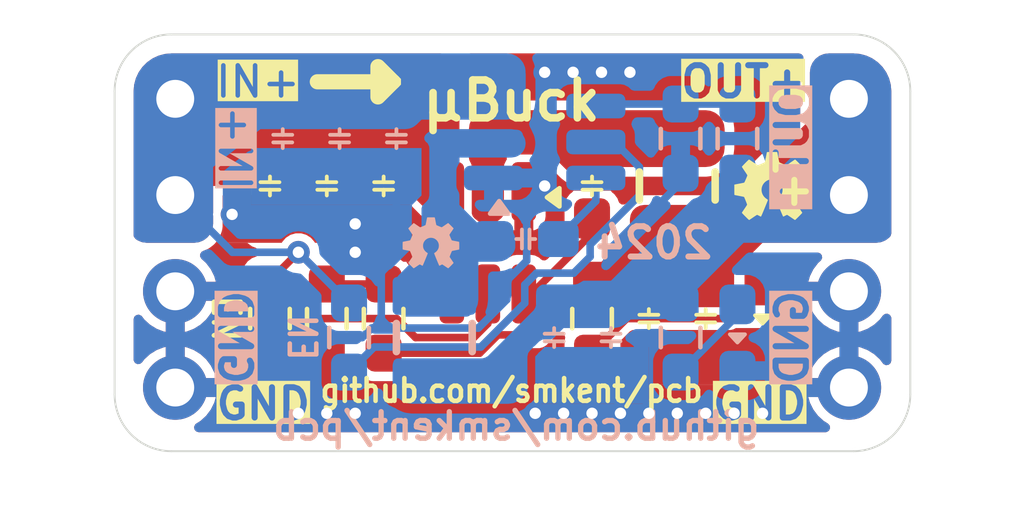
<source format=kicad_pcb>
(kicad_pcb (version 20240108) (generator "pcbnew") (generator_version "8.0")
  (layers (0 "F.Cu" signal) (31 "B.Cu" signal) (34 "B.Paste" user) (35 "F.Paste" user) (36 "B.SilkS" user "B.Silkscreen") (37 "F.SilkS" user "F.Silkscreen") (38 "B.Mask" user) (39 "F.Mask" user) (44 "Edge.Cuts" user))
  (net 0 "")
  (net 1 "GND")
  (net 2 "VIN")
  (net 3 "VOUT")
  (net 4 "Net-(U1-VBST)")
  (net 5 "Net-(LED1-A)")
  (net 6 "Net-(U2-VBST)")
  (net 7 "Net-(LED2-A)")
  (net 8 "/SW_F")
  (net 9 "/SW_B")
  (net 10 "/EN_F")
  (net 11 "/EN_B")
  (net 12 "FB_F")
  (net 13 "FB_B")
  (footprint "custom:C_0603_1608Metric_Pad1.08x0.95mm_HandSolder" (layer "F.Cu") (at 116 68.5 90)
    (property "Reference" "C7" (hide yes))
    (property "Value" "0u1")
    (pad "1" smd roundrect (at -0.8625 0 90) (size 1.075 0.95) (layers "F.Cu" "F.Paste" "F.Mask") (net 4 "Net-(U1-VBST)"))
    (pad "2" smd roundrect (at 0.8625 0 90) (size 1.075 0.95) (layers "F.Cu" "F.Paste" "F.Mask") (net 8 "/SW_F"))
  )
  (footprint "Resistor_SMD:R_0603_1608Metric_Pad0.98x0.95mm_HandSolder" (layer "F.Cu") (at 116 72 90)
    (property "Reference" "R0" (hide yes))
    (property "Value" "10K")
    (pad "1" smd roundrect (at -0.9125 0 90) (size 0.975 0.95) (layers "F.Cu" "F.Paste" "F.Mask") (net 5 "Net-(LED1-A)"))
    (pad "2" smd roundrect (at 0.9125 0 90) (size 0.975 0.95) (layers "F.Cu" "F.Paste" "F.Mask") (net 3 "VOUT"))
  )
  (footprint "Resistor_SMD:R_0603_1608Metric_Pad0.98x0.95mm_HandSolder" (layer "F.Cu") (at 109 72 90)
    (property "Reference" "R1" (hide yes))
    (property "Value" "10K")
    (pad "1" smd roundrect (at -0.9125 0 90) (size 0.975 0.95) (layers "F.Cu" "F.Paste" "F.Mask") (net 1 "GND"))
    (pad "2" smd roundrect (at 0.9125 0 90) (size 0.975 0.95) (layers "F.Cu" "F.Paste" "F.Mask") (net 12 "FB_F"))
  )
  (footprint "custom:SOT-23-6_Handsoldering_simple" (layer "F.Cu") (at 113.25 70 -90)
    (property "Reference" "U1" (hide yes))
    (property "Value" "TPS563200")
    (pad "1" smd roundrect (at -1.35 -0.95 270) (size 1.56 0.65) (layers "F.Cu" "F.Paste" "F.Mask") (net 1 "GND"))
    (pad "2" smd roundrect (at -1.35 0 270) (size 1.56 0.65) (layers "F.Cu" "F.Paste" "F.Mask") (net 8 "/SW_F"))
    (pad "3" smd roundrect (at -1.35 0.95 270) (size 1.56 0.65) (layers "F.Cu" "F.Paste" "F.Mask") (net 2 "VIN"))
    (pad "4" smd roundrect (at 1.35 0.95 270) (size 1.56 0.65) (layers "F.Cu" "F.Paste" "F.Mask") (net 12 "FB_F"))
    (pad "5" smd roundrect (at 1.35 0 270) (size 1.56 0.65) (layers "F.Cu" "F.Paste" "F.Mask") (net 10 "/EN_F"))
    (pad "6" smd roundrect (at 1.35 -0.95 270) (size 1.56 0.65) (layers "F.Cu" "F.Paste" "F.Mask") (net 4 "Net-(U1-VBST)"))
  )
  (footprint "custom:C_0603_1608Metric_Pad1.08x0.95mm_HandSolder" (layer "F.Cu") (at 109 68.5 -90)
    (property "Reference" "C2" (hide yes))
    (property "Value" "10u")
    (pad "1" smd roundrect (at -0.8625 0 270) (size 1.075 0.95) (layers "F.Cu" "F.Paste" "F.Mask") (net 2 "VIN"))
    (pad "2" smd roundrect (at 0.8625 0 270) (size 1.075 0.95) (layers "F.Cu" "F.Paste" "F.Mask") (net 1 "GND"))
  )
  (footprint "custom:C_0603_1608Metric_Pad1.08x0.95mm_HandSolder" (layer "F.Cu") (at 119 72 -90)
    (property "Reference" "C9" (hide yes))
    (property "Value" "22u")
    (pad "1" smd roundrect (at -0.8625 0 270) (size 1.075 0.95) (layers "F.Cu" "F.Paste" "F.Mask") (net 3 "VOUT"))
    (pad "2" smd roundrect (at 0.8625 0 270) (size 1.075 0.95) (layers "F.Cu" "F.Paste" "F.Mask") (net 1 "GND"))
  )
  (footprint "graphics:oshw-logo-2mm" (layer "F.Cu") (at 120.75 68.5)
    (property "Reference" "G***" (hide yes))
    (property "Value" "LOGO" (hide yes))
  )
  (footprint "custom:LED_0603_1608Metric_Pad1.05x0.95mm_HandSolder_simple" (layer "F.Cu") (at 120.5 72 90)
    (property "Reference" "LED1" (hide yes))
    (property "Value" "LED_Small")
    (pad "1" smd roundrect (at -0.875 0 90) (size 1.05 0.95) (layers "F.Cu" "F.Paste" "F.Mask") (net 1 "GND"))
    (pad "2" smd roundrect (at 0.875 0 90) (size 1.05 0.95) (layers "F.Cu" "F.Paste" "F.Mask") (net 5 "Net-(LED1-A)"))
  )
  (footprint "custom:C_0603_1608Metric_Pad1.08x0.95mm_HandSolder" (layer "F.Cu") (at 117.5 72 -90)
    (property "Reference" "C8" (hide yes))
    (property "Value" "22u")
    (pad "1" smd roundrect (at -0.8625 0 270) (size 1.075 0.95) (layers "F.Cu" "F.Paste" "F.Mask") (net 3 "VOUT"))
    (pad "2" smd roundrect (at 0.8625 0 270) (size 1.075 0.95) (layers "F.Cu" "F.Paste" "F.Mask") (net 1 "GND"))
  )
  (footprint "Resistor_SMD:R_0603_1608Metric_Pad0.98x0.95mm_HandSolder" (layer "F.Cu") (at 107.5 72 -90)
    (property "Reference" "R3" (hide yes))
    (property "Value" "10K")
    (pad "1" smd roundrect (at -0.9125 0 270) (size 0.975 0.95) (layers "F.Cu" "F.Paste" "F.Mask") (net 2 "VIN"))
    (pad "2" smd roundrect (at 0.9125 0 270) (size 0.975 0.95) (layers "F.Cu" "F.Paste" "F.Mask") (net 10 "/EN_F"))
  )
  (footprint "lcsc:IND-SMD_L2.5-W2.0_MHCHL2520" (layer "F.Cu") (at 118.25 68.5 -90)
    (property "Reference" "L1" (hide yes))
    (property "Value" "4u7")
    (pad "1" smd roundrect (at -1.1 0) (size 2.2 1) (layers "F.Cu" "F.Paste" "F.Mask") (roundrect_rratio 0.125) (net 8 "/SW_F"))
    (pad "2" smd roundrect (at 1.1 0) (size 2.2 1) (layers "F.Cu" "F.Paste" "F.Mask") (roundrect_rratio 0.125) (net 3 "VOUT"))
  )
  (footprint "Resistor_SMD:R_0603_1608Metric_Pad0.98x0.95mm_HandSolder" (layer "F.Cu") (at 110.5 72 -90)
    (property "Reference" "R2" (hide yes))
    (property "Value" "56K")
    (pad "1" smd roundrect (at -0.9125 0 270) (size 0.975 0.95) (layers "F.Cu" "F.Paste" "F.Mask") (net 12 "FB_F"))
    (pad "2" smd roundrect (at 0.9125 0 270) (size 0.975 0.95) (layers "F.Cu" "F.Paste" "F.Mask") (net 3 "VOUT"))
  )
  (footprint "custom:C_0603_1608Metric_Pad1.08x0.95mm_HandSolder" (layer "F.Cu") (at 110.5 68.5 -90)
    (property "Reference" "C3" (hide yes))
    (property "Value" "0u1")
    (pad "1" smd roundrect (at -0.8625 0 270) (size 1.075 0.95) (layers "F.Cu" "F.Paste" "F.Mask") (net 2 "VIN"))
    (pad "2" smd roundrect (at 0.8625 0 270) (size 1.075 0.95) (layers "F.Cu" "F.Paste" "F.Mask") (net 1 "GND"))
  )
  (footprint "custom:C_0603_1608Metric_Pad1.08x0.95mm_HandSolder" (layer "F.Cu") (at 107.5 68.5 -90)
    (property "Reference" "C1" (hide yes))
    (property "Value" "10u")
    (pad "1" smd roundrect (at -0.8625 0 270) (size 1.075 0.95) (layers "F.Cu" "F.Paste" "F.Mask") (net 2 "VIN"))
    (pad "2" smd roundrect (at 0.8625 0 270) (size 1.075 0.95) (layers "F.Cu" "F.Paste" "F.Mask") (net 1 "GND"))
  )
  (footprint "custom:C_0603_1608Metric_Pad1.08x0.95mm_HandSolder" (layer "B.Cu") (at 114.25 69.9 180)
    (property "Reference" "C10" (hide yes))
    (property "Value" "0u1")
    (pad "1" smd roundrect (at -0.8625 0 180) (size 1.075 0.95) (layers "B.Cu" "B.Paste" "B.Mask") (net 6 "Net-(U2-VBST)"))
    (pad "2" smd roundrect (at 0.8625 0 180) (size 1.075 0.95) (layers "B.Cu" "B.Paste" "B.Mask") (net 9 "/SW_B"))
  )
  (footprint "custom:C_0603_1608Metric_Pad1.08x0.95mm_HandSolder" (layer "B.Cu") (at 110.8375 67.25 -90)
    (property "Reference" "C6" (hide yes))
    (property "Value" "0u1")
    (pad "1" smd roundrect (at -0.8625 0 270) (size 1.075 0.95) (layers "B.Cu" "B.Paste" "B.Mask") (net 2 "VIN"))
    (pad "2" smd roundrect (at 0.8625 0 270) (size 1.075 0.95) (layers "B.Cu" "B.Paste" "B.Mask") (net 1 "GND"))
  )
  (footprint "graphics:oshw-logo-1.5mm" (layer "B.Cu") (at 111.75 70 180)
    (property "Reference" "G***" (hide yes))
    (property "Value" "LOGO" (hide yes))
  )
  (footprint "custom:PinHeader_1x04_P2.54mm_Vertical_simple" (layer "B.Cu") (at 122.78 66.2 180)
    (property "Reference" "J2" (hide yes))
    (property "Value" "Pin headers")
    (pad "1" thru_hole oval (at 0 0 180) (size 1.7 1.7) (drill 1) (layers "*.Cu" "*.Mask") (net 3 "VOUT"))
    (pad "2" thru_hole oval (at 0 -2.54 180) (size 1.7 1.7) (drill 1) (layers "*.Cu" "*.Mask") (net 3 "VOUT"))
    (pad "3" thru_hole oval (at 0 -5.08 180) (size 1.7 1.7) (drill 1) (layers "*.Cu" "*.Mask") (net 1 "GND"))
    (pad "4" thru_hole oval (at 0 -7.62 180) (size 1.7 1.7) (drill 1) (layers "*.Cu" "*.Mask") (net 1 "GND"))
  )
  (footprint "Resistor_SMD:R_0603_1608Metric_Pad0.98x0.95mm_HandSolder" (layer "B.Cu") (at 119.8375 67.25 -90)
    (property "Reference" "R5" (hide yes))
    (property "Value" "56K")
    (pad "1" smd roundrect (at -0.9125 0 270) (size 0.975 0.95) (layers "B.Cu" "B.Paste" "B.Mask") (net 13 "FB_B"))
    (pad "2" smd roundrect (at 0.9125 0 270) (size 0.975 0.95) (layers "B.Cu" "B.Paste" "B.Mask") (net 3 "VOUT"))
  )
  (footprint "custom:PinHeader_1x04_P2.54mm_Vertical_simple" (layer "B.Cu") (at 105 66.2 180)
    (property "Reference" "J1" (hide yes))
    (property "Value" "Pin headers")
    (pad "1" thru_hole oval (at 0 0 180) (size 1.7 1.7) (drill 1) (layers "*.Cu" "*.Mask") (net 2 "VIN"))
    (pad "2" thru_hole oval (at 0 -2.54 180) (size 1.7 1.7) (drill 1) (layers "*.Cu" "*.Mask") (net 2 "VIN"))
    (pad "3" thru_hole oval (at 0 -5.08 180) (size 1.7 1.7) (drill 1) (layers "*.Cu" "*.Mask") (net 1 "GND"))
    (pad "4" thru_hole oval (at 0 -7.62 180) (size 1.7 1.7) (drill 1) (layers "*.Cu" "*.Mask") (net 1 "GND"))
  )
  (footprint "lcsc:IND-SMD_L2.5-W2.0_MHCHL2520" (layer "B.Cu") (at 111.8375 72.5 -90)
    (property "Reference" "L2" (hide yes))
    (property "Value" "4u7")
    (pad "1" smd roundrect (at -1.1 0 180) (size 2.2 1) (layers "B.Cu" "B.Paste" "B.Mask") (roundrect_rratio 0.125) (net 9 "/SW_B"))
    (pad "2" smd roundrect (at 1.1 0 180) (size 2.2 1) (layers "B.Cu" "B.Paste" "B.Mask") (roundrect_rratio 0.125) (net 3 "VOUT"))
  )
  (footprint "Resistor_SMD:R_0603_1608Metric_Pad0.98x0.95mm_HandSolder" (layer "B.Cu") (at 118.3375 72.5 90)
    (property "Reference" "R7" (hide yes))
    (property "Value" "10K")
    (pad "1" smd roundrect (at -0.9125 0 90) (size 0.975 0.95) (layers "B.Cu" "B.Paste" "B.Mask") (net 7 "Net-(LED2-A)"))
    (pad "2" smd roundrect (at 0.9125 0 90) (size 0.975 0.95) (layers "B.Cu" "B.Paste" "B.Mask") (net 3 "VOUT"))
  )
  (footprint "Resistor_SMD:R_0603_1608Metric_Pad0.98x0.95mm_HandSolder" (layer "B.Cu") (at 118.3375 67.25 90)
    (property "Reference" "R6" (hide yes))
    (property "Value" "10K")
    (pad "1" smd roundrect (at -0.9125 0 90) (size 0.975 0.95) (layers "B.Cu" "B.Paste" "B.Mask") (net 1 "GND"))
    (pad "2" smd roundrect (at 0.9125 0 90) (size 0.975 0.95) (layers "B.Cu" "B.Paste" "B.Mask") (net 13 "FB_B"))
  )
  (footprint "custom:SOT-23-6_Handsoldering_simple" (layer "B.Cu") (at 114.75 67.34)
    (property "Reference" "U2" (hide yes))
    (property "Value" "TPS563200")
    (pad "1" smd roundrect (at -1.35 0.95) (size 1.56 0.65) (layers "B.Cu" "B.Paste" "B.Mask") (net 1 "GND"))
    (pad "2" smd roundrect (at -1.35 0) (size 1.56 0.65) (layers "B.Cu" "B.Paste" "B.Mask") (net 9 "/SW_B"))
    (pad "3" smd roundrect (at -1.35 -0.95) (size 1.56 0.65) (layers "B.Cu" "B.Paste" "B.Mask") (net 2 "VIN"))
    (pad "4" smd roundrect (at 1.35 -0.95) (size 1.56 0.65) (layers "B.Cu" "B.Paste" "B.Mask") (net 13 "FB_B"))
    (pad "5" smd roundrect (at 1.35 0) (size 1.56 0.65) (layers "B.Cu" "B.Paste" "B.Mask") (net 11 "/EN_B"))
    (pad "6" smd roundrect (at 1.35 0.95) (size 1.56 0.65) (layers "B.Cu" "B.Paste" "B.Mask") (net 6 "Net-(U2-VBST)"))
  )
  (footprint "custom:C_0603_1608Metric_Pad1.08x0.95mm_HandSolder" (layer "B.Cu") (at 109.3375 67.25 -90)
    (property "Reference" "C5" (hide yes))
    (property "Value" "10u")
    (pad "1" smd roundrect (at -0.8625 0 270) (size 1.075 0.95) (layers "B.Cu" "B.Paste" "B.Mask") (net 2 "VIN"))
    (pad "2" smd roundrect (at 0.8625 0 270) (size 1.075 0.95) (layers "B.Cu" "B.Paste" "B.Mask") (net 1 "GND"))
  )
  (footprint "custom:C_0603_1608Metric_Pad1.08x0.95mm_HandSolder" (layer "B.Cu") (at 107.8375 67.25 -90)
    (property "Reference" "C4" (hide yes))
    (property "Value" "10u")
    (pad "1" smd roundrect (at -0.8625 0 270) (size 1.075 0.95) (layers "B.Cu" "B.Paste" "B.Mask") (net 2 "VIN"))
    (pad "2" smd roundrect (at 0.8625 0 270) (size 1.075 0.95) (layers "B.Cu" "B.Paste" "B.Mask") (net 1 "GND"))
  )
  (footprint "custom:LED_0603_1608Metric_Pad1.05x0.95mm_HandSolder_simple" (layer "B.Cu") (at 119.8375 72.5 90)
    (property "Reference" "LED2" (hide yes))
    (property "Value" "LED_Small")
    (pad "1" smd roundrect (at -0.875 0 90) (size 1.05 0.95) (layers "B.Cu" "B.Paste" "B.Mask") (net 1 "GND"))
    (pad "2" smd roundrect (at 0.875 0 90) (size 1.05 0.95) (layers "B.Cu" "B.Paste" "B.Mask") (net 7 "Net-(LED2-A)"))
  )
  (footprint "Resistor_SMD:R_0603_1608Metric_Pad0.98x0.95mm_HandSolder" (layer "B.Cu") (at 109.5875 72.5 -90)
    (property "Reference" "R4" (hide yes))
    (property "Value" "10K")
    (pad "1" smd roundrect (at -0.9125 0 270) (size 0.975 0.95) (layers "B.Cu" "B.Paste" "B.Mask") (net 2 "VIN"))
    (pad "2" smd roundrect (at 0.9125 0 270) (size 0.975 0.95) (layers "B.Cu" "B.Paste" "B.Mask") (net 11 "/EN_B"))
  )
  (footprint "custom:C_0603_1608Metric_Pad1.08x0.95mm_HandSolder" (layer "B.Cu") (at 116.5 72.5 -90)
    (property "Reference" "C12" (hide yes))
    (property "Value" "22u")
    (pad "1" smd roundrect (at -0.8625 0 270) (size 1.075 0.95) (layers "B.Cu" "B.Paste" "B.Mask") (net 3 "VOUT"))
    (pad "2" smd roundrect (at 0.8625 0 270) (size 1.075 0.95) (layers "B.Cu" "B.Paste" "B.Mask") (net 1 "GND"))
  )
  (footprint "custom:C_0603_1608Metric_Pad1.08x0.95mm_HandSolder" (layer "B.Cu") (at 115 72.5 -90)
    (property "Reference" "C11" (hide yes))
    (property "Value" "22u")
    (pad "1" smd roundrect (at -0.8625 0 270) (size 1.075 0.95) (layers "B.Cu" "B.Paste" "B.Mask") (net 3 "VOUT"))
    (pad "2" smd roundrect (at 0.8625 0 270) (size 1.075 0.95) (layers "B.Cu" "B.Paste" "B.Mask") (net 1 "GND"))
  )
  (gr_poly (pts (xy 110.35 66.15) (xy 110.35 65.35) (xy 110.75 65.75)) (stroke (width 0.4)) (fill solid) (layer "F.SilkS"))
  (gr_line (start 108.75 65.75) (end 110.75 65.75) (stroke (width 0.4)) (layer "F.SilkS"))
  (gr_arc (start 124.4 74) (mid 123.96066 75.06066) (end 122.9 75.5) (stroke (width 0.05)) (layer "Edge.Cuts"))
  (gr_arc (start 122.9 64.5) (mid 123.96066 64.93934) (end 124.4 66) (stroke (width 0.05)) (layer "Edge.Cuts"))
  (gr_line (start 104.9 64.5) (end 122.9 64.5) (stroke (width 0.05)) (layer "Edge.Cuts"))
  (gr_arc (start 103.4 66) (mid 103.83934 64.93934) (end 104.9 64.5) (stroke (width 0.05)) (layer "Edge.Cuts"))
  (gr_arc (start 104.9 75.5) (mid 103.83934 75.06066) (end 103.4 74) (stroke (width 0.05)) (layer "Edge.Cuts"))
  (gr_line (start 103.4 74) (end 103.4 66) (stroke (width 0.05)) (layer "Edge.Cuts"))
  (gr_line (start 124.4 66) (end 124.4 74) (stroke (width 0.05)) (layer "Edge.Cuts"))
  (gr_line (start 122.9 75.5) (end 104.9 75.5) (stroke (width 0.05)) (layer "Edge.Cuts"))
  (gr_text "2024" (at 116 70 0) (layer "B.SilkS") (effects (font (size 0.8 0.8) (thickness 0.16) (bold yes)) (justify right mirror)))
  (gr_text "GND" (at 121.75 72.5 90) (layer "B.SilkS" knockout) (effects (font (size 0.8 0.8) (thickness 0.16) (bold yes)) (justify bottom mirror)))
  (gr_text "EN" (at 108.75 72.5 -90) (layer "B.SilkS") (effects (font (size 0.7 0.6) (thickness 0.12) (bold yes)) (justify top mirror)))
  (gr_text "github.com/smkent/pcb" (at 114 75.25 0) (layer "B.SilkS") (effects (font (size 0.7 0.7) (thickness 0.14) (bold yes)) (justify bottom mirror)))
  (gr_text "GND" (at 106.1 72.5 -90) (layer "B.SilkS" knockout) (effects (font (size 0.8 0.8) (thickness 0.16) (bold yes)) (justify bottom mirror)))
  (gr_text "OUT+" (at 121.75 67.5 90) (layer "B.SilkS" knockout) (effects (font (size 0.8 0.8) (thickness 0.16) (bold yes)) (justify bottom mirror)))
  (gr_text "IN+" (at 106.1 67.5 -90) (layer "B.SilkS" knockout) (effects (font (size 0.8 0.8) (thickness 0.12) (bold yes)) (justify bottom mirror)))
  (gr_text "µBuck" (at 113.875 66.25 0) (layer "F.SilkS") (effects (font (size 1 1) (thickness 0.2) (bold yes))))
  (gr_text "github.com/smkent/pcb" (at 113.875 74.25 0) (layer "F.SilkS") (effects (font (size 0.6 0.55) (thickness 0.12) (bold yes)) (justify bottom)))
  (gr_text "OUT+" (at 121.75 65.75 0) (layer "F.SilkS" knockout) (effects (font (size 0.8 0.8) (thickness 0.16) (bold yes)) (justify right)))
  (gr_text "GND" (at 121.75 74.25 0) (layer "F.SilkS" knockout) (effects (font (size 0.8 0.8) (thickness 0.16) (bold yes)) (justify right)))
  (gr_text "EN" (at 106.75 72 -90) (layer "F.SilkS") (effects (font (size 0.7 0.6) (thickness 0.12) (bold yes)) (justify top)))
  (gr_text "GND" (at 106 74.25 0) (layer "F.SilkS" knockout) (effects (font (size 0.8 0.8) (thickness 0.16) (bold yes)) (justify left)))
  (gr_text "IN+" (at 106 65.75 0) (layer "F.SilkS" knockout) (effects (font (size 0.8 0.8) (thickness 0.12) (bold yes)) (justify left)))
  (segment (start 119.225 68.525) (end 120.5 67.25) (width 0.2) (layer "F.Cu") (net 1))
  (segment (start 109.75 70.25) (end 109.75 69.5) (width 0.2) (layer "F.Cu") (net 1))
  (segment (start 114.325 68.525) (end 119.225 68.525) (width 0.2) (layer "F.Cu") (net 1))
  (segment (start 109.75 70.25) (end 111.5 70.25) (width 0.2) (layer "F.Cu") (net 1))
  (segment (start 114.2 68.65) (end 114.325 68.525) (width 0.2) (layer "F.Cu") (net 1))
  (via (at 109.75 70.25) (size 0.6) (drill 0.3) (layers "F.Cu" "B.Cu") (net 1))
  (via (at 109 74.5) (size 0.6) (drill 0.3) (layers "F.Cu" "B.Cu") (net 1))
  (via (at 119.75 74.5) (size 0.6) (drill 0.3) (layers "F.Cu" "B.Cu") (net 1))
  (via (at 116.25 65.5) (size 0.6) (drill 0.3) (layers "F.Cu" "B.Cu") (net 1))
  (via (at 117.5 74.5) (size 0.6) (drill 0.3) (layers "F.Cu" "B.Cu") (net 1))
  (via (at 117 65.5) (size 0.6) (drill 0.3) (layers "F.Cu" "B.Cu") (net 1))
  (via (at 115.5 65.5) (size 0.6) (drill 0.3) (layers "F.Cu" "B.Cu") (net 1))
  (via (at 114.75 65.5) (size 0.6) (drill 0.3) (layers "F.Cu" "B.Cu") (net 1))
  (via (at 115.25 74.5) (size 0.6) (drill 0.3) (layers "F.Cu" "B.Cu") (net 1))
  (via (at 108.25 74.5) (size 0.6) (drill 0.3) (layers "F.Cu" "B.Cu") (net 1))
  (via (at 120.5 74.5) (size 0.6) (drill 0.3) (layers "F.Cu" "B.Cu") (net 1))
  (via (at 116.75 74.5) (size 0.6) (drill 0.3) (layers "F.Cu" "B.Cu") (net 1))
  (via (at 114.75 68.5) (size 0.6) (drill 0.3) (layers "F.Cu" "B.Cu") (net 1))
  (via (at 109.75 74.5) (size 0.6) (drill 0.3) (layers "F.Cu" "B.Cu") (net 1))
  (via (at 109.75 69.5) (size 0.6) (drill 0.3) (layers "F.Cu" "B.Cu") (net 1))
  (via (at 114.5 74.5) (size 0.6) (drill 0.3) (layers "F.Cu" "B.Cu") (net 1))
  (via (at 119 74.5) (size 0.6) (drill 0.3) (layers "F.Cu" "B.Cu") (net 1))
  (via (at 106.5 69.25) (size 0.6) (drill 0.3) (layers "F.Cu" "B.Cu") (net 1))
  (via (at 116 74.5) (size 0.6) (drill 0.3) (layers "F.Cu" "B.Cu") (net 1))
  (via (at 118.25 74.5) (size 0.6) (drill 0.3) (layers "F.Cu" "B.Cu") (net 1))
  (segment (start 110.5 72.25) (end 110.4375 72.1875) (width 0.2) (layer "B.Cu") (net 1))
  (segment (start 114.275 68.975) (end 114.275 70.475) (width 0.2) (layer "B.Cu") (net 1))
  (segment (start 118.3375 68.1625) (end 118.3375 68.4125) (width 0.2) (layer "B.Cu") (net 1))
  (segment (start 113.75 71) (end 113.75 71.5) (width 0.2) (layer "B.Cu") (net 1))
  (segment (start 114.275 70.475) (end 113.75 71) (width 0.2) (layer "B.Cu") (net 1))
  (segment (start 110.4375 72.1875) (end 110.4375 69.8125) (width 0.2) (layer "B.Cu") (net 1))
  (segment (start 118.3375 68.4125) (end 116.75 70) (width 0.2) (layer "B.Cu") (net 1))
  (segment (start 110.8375 69.4125) (end 110.8375 68.1125) (width 0.2) (layer "B.Cu") (net 1))
  (segment (start 110.184314 72.25) (end 109.934314 72.5) (width 0.2) (layer "B.Cu") (net 1))
  (segment (start 113.75 71.5) (end 113 72.25) (width 0.2) (layer "B.Cu") (net 1))
  (segment (start 110.5 72.25) (end 110.184314 72.25) (width 0.2) (layer "B.Cu") (net 1))
  (segment (start 106.53 71.28) (end 105 71.28) (width 0.2) (layer "B.Cu") (net 1))
  (segment (start 113 72.25) (end 110.5 72.25) (width 0.2) (layer "B.Cu") (net 1))
  (segment (start 107.75 72.5) (end 106.53 71.28) (width 0.2) (layer "B.Cu") (net 1))
  (segment (start 110.4375 69.8125) (end 110.8375 69.4125) (width 0.2) (layer "B.Cu") (net 1))
  (segment (start 114.75 68.5) (end 114.275 68.975) (width 0.2) (layer "B.Cu") (net 1))
  (segment (start 113.4 68.29) (end 114.54 68.29) (width 0.2) (layer "B.Cu") (net 1))
  (segment (start 114.54 68.29) (end 114.75 68.5) (width 0.2) (layer "B.Cu") (net 1))
  (segment (start 109.934314 72.5) (end 107.75 72.5) (width 0.2) (layer "B.Cu") (net 1))
  (segment (start 107.5 71.0875) (end 107.5 71) (width 0.2) (layer "F.Cu") (net 2))
  (segment (start 107.5 71) (end 108.25 70.25) (width 0.2) (layer "F.Cu") (net 2))
  (via (at 108.25 70.25) (size 0.6) (drill 0.3) (layers "F.Cu" "B.Cu") (net 2))
  (segment (start 106.51 70.25) (end 108.25 70.25) (width 0.2) (layer "B.Cu") (net 2))
  (segment (start 108.25 70.25) (end 109.5875 71.5875) (width 0.2) (layer "B.Cu") (net 2))
  (segment (start 105 68.74) (end 106.51 70.25) (width 0.2) (layer "B.Cu") (net 2))
  (segment (start 116 71.0875) (end 115.9125 71.0875) (width 0.2) (layer "F.Cu") (net 3))
  (segment (start 115.9125 71.0875) (end 114.57 72.43) (width 0.2) (layer "F.Cu") (net 3))
  (segment (start 113.033185 72.9125) (end 110.5 72.9125) (width 0.2) (layer "F.Cu") (net 3))
  (segment (start 113.515685 72.43) (end 113.033185 72.9125) (width 0.2) (layer "F.Cu") (net 3))
  (segment (start 114.57 72.43) (end 113.515685 72.43) (width 0.2) (layer "F.Cu") (net 3))
  (segment (start 114.2 71.35) (end 114.4 71.35) (width 0.2) (layer "F.Cu") (net 4))
  (segment (start 114.4 71.35) (end 116 69.75) (width 0.2) (layer "F.Cu") (net 4))
  (segment (start 116 69.75) (end 116 69.3625) (width 0.2) (layer "F.Cu") (net 4))
  (segment (start 119.625 72) (end 120.5 71.125) (width 0.2) (layer "F.Cu") (net 5))
  (segment (start 116 72.9125) (end 116.9125 72) (width 0.2) (layer "F.Cu") (net 5))
  (segment (start 116.9125 72) (end 119.625 72) (width 0.2) (layer "F.Cu") (net 5))
  (segment (start 116.1 68.9) (end 115.1125 69.8875) (width 0.2) (layer "B.Cu") (net 6))
  (segment (start 115.1125 69.8875) (end 115.1125 69.9) (width 0.2) (layer "B.Cu") (net 6))
  (segment (start 116.1 68.29) (end 116.1 68.9) (width 0.2) (layer "B.Cu") (net 6))
  (segment (start 119.8375 71.625) (end 119.8375 71.9125) (width 0.2) (layer "B.Cu") (net 7))
  (segment (start 119.8375 71.9125) (end 118.3375 73.4125) (width 0.2) (layer "B.Cu") (net 7))
  (segment (start 111.341722 72.5) (end 110.841722 72) (width 0.2) (layer "F.Cu") (net 10))
  (segment (start 112.879999 72.5) (end 111.341722 72.5) (width 0.2) (layer "F.Cu") (net 10))
  (segment (start 110.841722 72) (end 108.4125 72) (width 0.2) (layer "F.Cu") (net 10))
  (segment (start 113.25 72.129999) (end 112.879999 72.5) (width 0.2) (layer "F.Cu") (net 10))
  (segment (start 108.4125 72) (end 107.5 72.9125) (width 0.2) (layer "F.Cu") (net 10))
  (segment (start 113.25 71.35) (end 113.25 72.129999) (width 0.2) (layer "F.Cu") (net 10))
  (segment (start 117.25 68) (end 117.25 68.75) (width 0.2) (layer "B.Cu") (net 11))
  (segment (start 117.25 68.75) (end 115.95 70.05) (width 0.2) (layer "B.Cu") (net 11))
  (segment (start 116.1 67.34) (end 116.588576 67.34) (width 0.2) (layer "B.Cu") (net 11))
  (segment (start 113.065686 72.75) (end 110.25 72.75) (width 0.2) (layer "B.Cu") (net 11))
  (segment (start 114.225 71.590686) (end 113.065686 72.75) (width 0.2) (layer "B.Cu") (net 11))
  (segment (start 115.95 70.05) (end 115.95 70.366722) (width 0.2) (layer "B.Cu") (net 11))
  (segment (start 115.516722 70.8) (end 114.533278 70.8) (width 0.2) (layer "B.Cu") (net 11))
  (segment (start 115.95 70.366722) (end 115.516722 70.8) (width 0.2) (layer "B.Cu") (net 11))
  (segment (start 117.181424 67.931424) (end 117.25 68) (width 0.2) (layer "B.Cu") (net 11))
  (segment (start 114.533278 70.8) (end 114.225 71.108278) (width 0.2) (layer "B.Cu") (net 11))
  (segment (start 116.588576 67.34) (end 117.18 67.931424) (width 0.2) (layer "B.Cu") (net 11))
  (segment (start 117.18 67.931424) (end 117.181424 67.931424) (width 0.2) (layer "B.Cu") (net 11))
  (segment (start 110.25 72.75) (end 109.5875 73.4125) (width 0.2) (layer "B.Cu") (net 11))
  (segment (start 114.225 71.108278) (end 114.225 71.590686) (width 0.2) (layer "B.Cu") (net 11))
  (segment (start 110.5 71.0875) (end 111.3375 71.0875) (width 0.2) (layer "F.Cu") (net 12))
  (segment (start 111.3375 71.0875) (end 111.6 71.35) (width 0.2) (layer "F.Cu") (net 12))
  (segment (start 109 71.0875) (end 110.5 71.0875) (width 0.2) (layer "F.Cu") (net 12))
  (segment (start 111.6 71.35) (end 112.3 71.35) (width 0.2) (layer "F.Cu") (net 12))
  (segment (start 118.3375 66.3375) (end 116.1525 66.3375) (width 0.2) (layer "B.Cu") (net 13))
  (segment (start 119.8375 66.3375) (end 118.3375 66.3375) (width 0.2) (layer "B.Cu") (net 13))
  (segment (start 116.1525 66.3375) (end 116.1 66.39) (width 0.2) (layer "B.Cu") (net 13))
  (zone (net 1) (net_name "GND") (layer "F.Cu") (priority 1) (connect_pads yes (clearance 0)) (min_thickness 0.25) (fill yes (thermal_gap 0.25) (thermal_bridge_width 0.5) (smoothing fillet) (radius 0.5))
    (polygon (pts (xy 116.75 72.25) (xy 121.5 72.25) (xy 121.5 73.75) (xy 116.75 73.75)))
  )
  (zone (net 3) (net_name "VOUT") (layer "F.Cu") (priority 1) (connect_pads yes (clearance 0)) (min_thickness 0.25) (fill yes (thermal_gap 0.25) (thermal_bridge_width 0.5) (smoothing fillet) (radius 0.5))
    (polygon (pts (xy 117 69) (xy 117 69.75) (xy 116.25 70.5) (xy 115.5 70.5) (xy 115.5 71.75) (xy 119.75 71.75) (xy 119.75 70.75) (xy 120.5 70) (xy 124 70) (xy 124 65) (xy 121.75 65) (xy 121.75 66.75) (xy 119.5 69)))
  )
  (zone (net 1) (net_name "GND") (layer "F.Cu") (priority 1) (connect_pads yes (clearance 0)) (min_thickness 0.25) (fill yes (thermal_gap 0.25) (thermal_bridge_width 0.5) (smoothing fillet) (radius 0.5))
    (polygon (pts (xy 106.25 68.75) (xy 111.25 68.75) (xy 112 69.5) (xy 112 70.5) (xy 109.5 70.5) (xy 109 70) (xy 106.25 70)))
  )
  (zone (net 8) (net_name "/SW_F") (layer "F.Cu") (priority 1) (connect_pads yes (clearance 0)) (min_thickness 0.25) (fill yes (thermal_gap 0.25) (thermal_bridge_width 0.5) (smoothing fillet) (radius 0.5))
    (polygon (pts (xy 112.75 69.5) (xy 113.75 69.5) (xy 113.75 67.75) (xy 115 67.75) (xy 115.5 68.25) (xy 116.5 68.25) (xy 116.75 68) (xy 119.5 68) (xy 119.5 66.5) (xy 112.75 66.5)))
  )
  (zone (net 2) (net_name "VIN") (layer "F.Cu") (priority 1) (connect_pads yes (clearance 0)) (min_thickness 0.25) (fill yes (thermal_gap 0.25) (thermal_bridge_width 0.5) (smoothing fillet) (radius 0.5))
    (polygon (pts (xy 103.75 70) (xy 106 70) (xy 106 68.5) (xy 111 68.5) (xy 112 69.5) (xy 112.5 69.5) (xy 112.5 65) (xy 103.75 65)))
  )
  (zone (net 1) (net_name "GND") (layers "F&B.Cu") (connect_pads (clearance 0.25)) (min_thickness 0.25) (fill yes (thermal_gap 0.25) (thermal_bridge_width 0.5))
    (polygon (pts (xy 102.89 64.5) (xy 124.89 64.5) (xy 124.89 75.5) (xy 119.89 75.5) (xy 118.69 75.5) (xy 118.09 75.5) (xy 117.49 75.5) (xy 102.89 75.5)))
  )
  (zone (net 3) (net_name "VOUT") (layer "B.Cu") (priority 1) (connect_pads yes (clearance 0)) (min_thickness 0.25) (fill yes (thermal_gap 0.25) (thermal_bridge_width 0.5) (smoothing fillet) (radius 0.5))
    (polygon (pts (xy 110.75 72.5) (xy 110.75 74.25) (xy 114 74.25) (xy 114.5 73.75) (xy 114.5 73) (xy 115.25 72.25) (xy 116.75 72.25) (xy 117.020492 72.02459) (xy 118.75 72) (xy 118.75 71.25) (xy 120 70) (xy 124 70) (xy 124 65) (xy 121.75 65) (xy 121.75 67.25) (xy 120.75 68.25) (xy 119.25 68.25) (xy 118.5 69) (xy 116.5 71) (xy 114.5 71) (xy 114.5 71.5) (xy 113.5 72.5)))
  )
  (zone (net 2) (net_name "VIN") (layer "B.Cu") (priority 1) (connect_pads yes (clearance 0)) (min_thickness 0.25) (fill yes (thermal_gap 0.25) (thermal_bridge_width 0.5) (smoothing fillet) (radius 0.5))
    (polygon (pts (xy 103.75 65) (xy 103.75 70) (xy 106 70) (xy 106 68) (xy 107.25 67) (xy 111.25 67) (xy 111.5 66.75) (xy 114.25 66.75) (xy 114.25 65)))
  )
  (zone (net 9) (net_name "/SW_B") (layer "B.Cu") (priority 1) (connect_pads yes (clearance 0)) (min_thickness 0.25) (fill yes (thermal_gap 0.25) (thermal_bridge_width 0.5) (smoothing fillet) (radius 0.5))
    (polygon (pts (xy 113 72) (xy 113 70.5) (xy 114 70.5) (xy 114 69.5) (xy 113 69.5) (xy 112.5 69) (xy 112.5 67.75) (xy 114.25 67.75) (xy 114.25 67) (xy 111.75 67) (xy 111.5 67.25) (xy 111.5 70.25) (xy 110.75 71) (xy 110.75 72)))
  )
  (zone (net 1) (net_name "GND") (layer "B.Cu") (priority 1) (connect_pads yes (clearance 0)) (min_thickness 0.25) (fill yes (thermal_gap 0.25) (thermal_bridge_width 0.5) (smoothing fillet) (radius 0.5))
    (polygon (pts (xy 107 67.5) (xy 111.5 67.5) (xy 111.5 68.75) (xy 111.25 69) (xy 107 69)))
  )
  (zone (net 1) (net_name "GND") (layer "B.Cu") (priority 1) (connect_pads yes (clearance 0)) (min_thickness 0.25) (fill yes (thermal_gap 0.25) (thermal_bridge_width 0.5) (smoothing fillet) (radius 0.5))
    (polygon (pts (xy 114.5 74.25) (xy 114.5 73) (xy 114.75 72.75) (xy 117.5 72.75) (xy 117.5 74.25)))
  )
)
</source>
